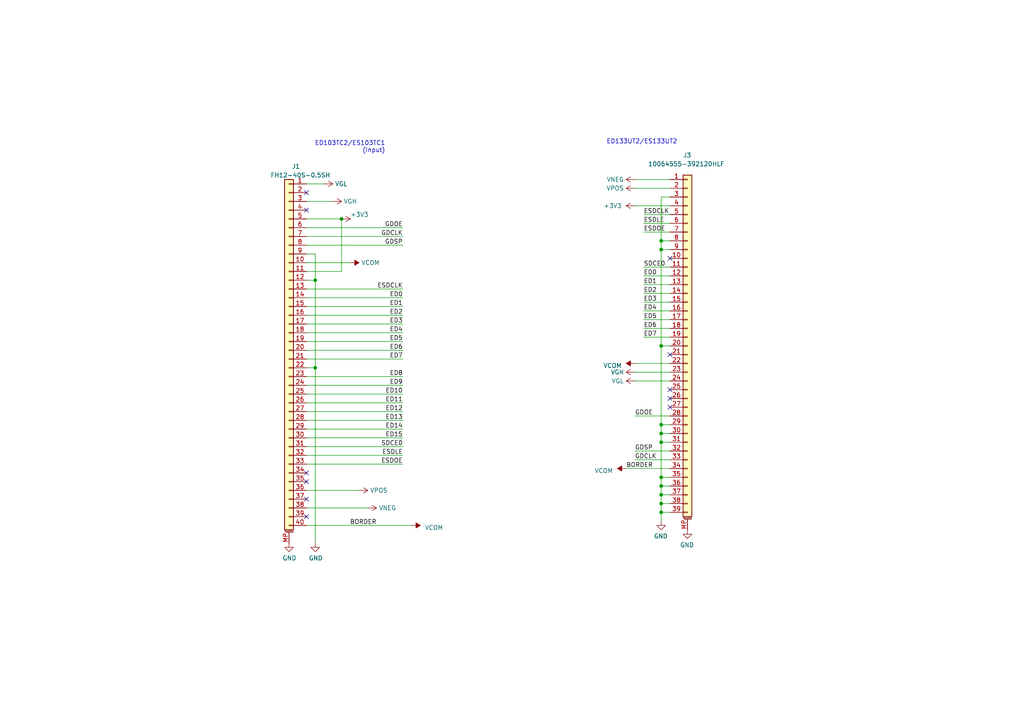
<source format=kicad_sch>
(kicad_sch (version 20211123) (generator eeschema)
  (paper "A4")
  (lib_symbols
    (symbol "Connector_Generic_MountingPin:Conn_01x39_MountingPin" (pin_names (offset 1.016) hide)
      (property "Reference" "J" (at 0 50.8 0))
      (property "Value" "Conn_01x39_MountingPin" (at 1.27 -50.8 0))
      (symbol "Conn_01x39_MountingPin_1_1"
        (rectangle (start -1.27 -48.133) (end 0 -48.387) (stroke (width 0.1524)))
        (rectangle (start -1.27 -45.593) (end 0 -45.847) (stroke (width 0.1524)))
        (rectangle (start -1.27 -43.053) (end 0 -43.307) (stroke (width 0.1524)))
        (rectangle (start -1.27 -40.513) (end 0 -40.767) (stroke (width 0.1524)))
        (rectangle (start -1.27 -37.973) (end 0 -38.227) (stroke (width 0.1524)))
        (rectangle (start -1.27 -35.433) (end 0 -35.687) (stroke (width 0.1524)))
        (rectangle (start -1.27 -32.893) (end 0 -33.147) (stroke (width 0.1524)))
        (rectangle (start -1.27 -30.353) (end 0 -30.607) (stroke (width 0.1524)))
        (rectangle (start -1.27 -27.813) (end 0 -28.067) (stroke (width 0.1524)))
        (rectangle (start -1.27 -25.273) (end 0 -25.527) (stroke (width 0.1524)))
        (rectangle (start -1.27 -22.733) (end 0 -22.987) (stroke (width 0.1524)))
        (rectangle (start -1.27 -20.193) (end 0 -20.447) (stroke (width 0.1524)))
        (rectangle (start -1.27 -17.653) (end 0 -17.907) (stroke (width 0.1524)))
        (rectangle (start -1.27 -15.113) (end 0 -15.367) (stroke (width 0.1524)))
        (rectangle (start -1.27 -12.573) (end 0 -12.827) (stroke (width 0.1524)))
        (rectangle (start -1.27 -10.033) (end 0 -10.287) (stroke (width 0.1524)))
        (rectangle (start -1.27 -7.493) (end 0 -7.747) (stroke (width 0.1524)))
        (rectangle (start -1.27 -4.953) (end 0 -5.207) (stroke (width 0.1524)))
        (rectangle (start -1.27 -2.413) (end 0 -2.667) (stroke (width 0.1524)))
        (rectangle (start -1.27 0.127) (end 0 -0.127) (stroke (width 0.1524)))
        (rectangle (start -1.27 2.667) (end 0 2.413) (stroke (width 0.1524)))
        (rectangle (start -1.27 5.207) (end 0 4.953) (stroke (width 0.1524)))
        (rectangle (start -1.27 7.747) (end 0 7.493) (stroke (width 0.1524)))
        (rectangle (start -1.27 10.287) (end 0 10.033) (stroke (width 0.1524)))
        (rectangle (start -1.27 12.827) (end 0 12.573) (stroke (width 0.1524)))
        (rectangle (start -1.27 15.367) (end 0 15.113) (stroke (width 0.1524)))
        (rectangle (start -1.27 17.907) (end 0 17.653) (stroke (width 0.1524)))
        (rectangle (start -1.27 20.447) (end 0 20.193) (stroke (width 0.1524)))
        (rectangle (start -1.27 22.987) (end 0 22.733) (stroke (width 0.1524)))
        (rectangle (start -1.27 25.527) (end 0 25.273) (stroke (width 0.1524)))
        (rectangle (start -1.27 28.067) (end 0 27.813) (stroke (width 0.1524)))
        (rectangle (start -1.27 30.607) (end 0 30.353) (stroke (width 0.1524)))
        (rectangle (start -1.27 33.147) (end 0 32.893) (stroke (width 0.1524)))
        (rectangle (start -1.27 35.687) (end 0 35.433) (stroke (width 0.1524)))
        (rectangle (start -1.27 38.227) (end 0 37.973) (stroke (width 0.1524)))
        (rectangle (start -1.27 40.767) (end 0 40.513) (stroke (width 0.1524)))
        (rectangle (start -1.27 43.307) (end 0 43.053) (stroke (width 0.1524)))
        (rectangle (start -1.27 45.847) (end 0 45.593) (stroke (width 0.1524)))
        (rectangle (start -1.27 48.387) (end 0 48.133) (stroke (width 0.1524)))
        (rectangle (start -1.27 49.53) (end 1.27 -49.53) (stroke (width 0.254)) (fill (type background)))
        (polyline (pts (xy -1.016 -50.292) (xy 1.016 -50.292)) (stroke (width 0.1524)))
        (text "Mounting" (at 0 -49.911 0) (effects (font (size 0.381 0.381))))
        (pin passive line (at -5.08 48.26 0) (length 3.81) (name "Pin_1") (number "1"))
        (pin passive line (at -5.08 25.4 0) (length 3.81) (name "Pin_10") (number "10"))
        (pin passive line (at -5.08 22.86 0) (length 3.81) (name "Pin_11") (number "11"))
        (pin passive line (at -5.08 20.32 0) (length 3.81) (name "Pin_12") (number "12"))
        (pin passive line (at -5.08 17.78 0) (length 3.81) (name "Pin_13") (number "13"))
        (pin passive line (at -5.08 15.24 0) (length 3.81) (name "Pin_14") (number "14"))
        (pin passive line (at -5.08 12.7 0) (length 3.81) (name "Pin_15") (number "15"))
        (pin passive line (at -5.08 10.16 0) (length 3.81) (name "Pin_16") (number "16"))
        (pin passive line (at -5.08 7.62 0) (length 3.81) (name "Pin_17") (number "17"))
        (pin passive line (at -5.08 5.08 0) (length 3.81) (name "Pin_18") (number "18"))
        (pin passive line (at -5.08 2.54 0) (length 3.81) (name "Pin_19") (number "19"))
        (pin passive line (at -5.08 45.72 0) (length 3.81) (name "Pin_2") (number "2"))
        (pin passive line (at -5.08 0 0) (length 3.81) (name "Pin_20") (number "20"))
        (pin passive line (at -5.08 -2.54 0) (length 3.81) (name "Pin_21") (number "21"))
        (pin passive line (at -5.08 -5.08 0) (length 3.81) (name "Pin_22") (number "22"))
        (pin passive line (at -5.08 -7.62 0) (length 3.81) (name "Pin_23") (number "23"))
        (pin passive line (at -5.08 -10.16 0) (length 3.81) (name "Pin_24") (number "24"))
        (pin passive line (at -5.08 -12.7 0) (length 3.81) (name "Pin_25") (number "25"))
        (pin passive line (at -5.08 -15.24 0) (length 3.81) (name "Pin_26") (number "26"))
        (pin passive line (at -5.08 -17.78 0) (length 3.81) (name "Pin_27") (number "27"))
        (pin passive line (at -5.08 -20.32 0) (length 3.81) (name "Pin_28") (number "28"))
        (pin passive line (at -5.08 -22.86 0) (length 3.81) (name "Pin_29") (number "29"))
        (pin passive line (at -5.08 43.18 0) (length 3.81) (name "Pin_3") (number "3"))
        (pin passive line (at -5.08 -25.4 0) (length 3.81) (name "Pin_30") (number "30"))
        (pin passive line (at -5.08 -27.94 0) (length 3.81) (name "Pin_31") (number "31"))
        (pin passive line (at -5.08 -30.48 0) (length 3.81) (name "Pin_32") (number "32"))
        (pin passive line (at -5.08 -33.02 0) (length 3.81) (name "Pin_33") (number "33"))
        (pin passive line (at -5.08 -35.56 0) (length 3.81) (name "Pin_34") (number "34"))
        (pin passive line (at -5.08 -38.1 0) (length 3.81) (name "Pin_35") (number "35"))
        (pin passive line (at -5.08 -40.64 0) (length 3.81) (name "Pin_36") (number "36"))
        (pin passive line (at -5.08 -43.18 0) (length 3.81) (name "Pin_37") (number "37"))
        (pin passive line (at -5.08 -45.72 0) (length 3.81) (name "Pin_38") (number "38"))
        (pin passive line (at -5.08 -48.26 0) (length 3.81) (name "Pin_39") (number "39"))
        (pin passive line (at -5.08 40.64 0) (length 3.81) (name "Pin_4") (number "4"))
        (pin passive line (at -5.08 38.1 0) (length 3.81) (name "Pin_5") (number "5"))
        (pin passive line (at -5.08 35.56 0) (length 3.81) (name "Pin_6") (number "6"))
        (pin passive line (at -5.08 33.02 0) (length 3.81) (name "Pin_7") (number "7"))
        (pin passive line (at -5.08 30.48 0) (length 3.81) (name "Pin_8") (number "8"))
        (pin passive line (at -5.08 27.94 0) (length 3.81) (name "Pin_9") (number "9"))
        (pin passive line (at 0 -53.34 90) (length 3.048) (name "MountPin") (number "MP"))
      )
    )
    (symbol "Connector_Generic_MountingPin:Conn_01x40_MountingPin" (pin_names (offset 1.016) hide)
      (property "Reference" "J" (at 0 50.8 0))
      (property "Value" "Conn_01x40_MountingPin" (at 1.27 -53.34 0))
      (symbol "Conn_01x40_MountingPin_1_1"
        (rectangle (start -1.27 -50.673) (end 0 -50.927) (stroke (width 0.1524)))
        (rectangle (start -1.27 -48.133) (end 0 -48.387) (stroke (width 0.1524)))
        (rectangle (start -1.27 -45.593) (end 0 -45.847) (stroke (width 0.1524)))
        (rectangle (start -1.27 -43.053) (end 0 -43.307) (stroke (width 0.1524)))
        (rectangle (start -1.27 -40.513) (end 0 -40.767) (stroke (width 0.1524)))
        (rectangle (start -1.27 -37.973) (end 0 -38.227) (stroke (width 0.1524)))
        (rectangle (start -1.27 -35.433) (end 0 -35.687) (stroke (width 0.1524)))
        (rectangle (start -1.27 -32.893) (end 0 -33.147) (stroke (width 0.1524)))
        (rectangle (start -1.27 -30.353) (end 0 -30.607) (stroke (width 0.1524)))
        (rectangle (start -1.27 -27.813) (end 0 -28.067) (stroke (width 0.1524)))
        (rectangle (start -1.27 -25.273) (end 0 -25.527) (stroke (width 0.1524)))
        (rectangle (start -1.27 -22.733) (end 0 -22.987) (stroke (width 0.1524)))
        (rectangle (start -1.27 -20.193) (end 0 -20.447) (stroke (width 0.1524)))
        (rectangle (start -1.27 -17.653) (end 0 -17.907) (stroke (width 0.1524)))
        (rectangle (start -1.27 -15.113) (end 0 -15.367) (stroke (width 0.1524)))
        (rectangle (start -1.27 -12.573) (end 0 -12.827) (stroke (width 0.1524)))
        (rectangle (start -1.27 -10.033) (end 0 -10.287) (stroke (width 0.1524)))
        (rectangle (start -1.27 -7.493) (end 0 -7.747) (stroke (width 0.1524)))
        (rectangle (start -1.27 -4.953) (end 0 -5.207) (stroke (width 0.1524)))
        (rectangle (start -1.27 -2.413) (end 0 -2.667) (stroke (width 0.1524)))
        (rectangle (start -1.27 0.127) (end 0 -0.127) (stroke (width 0.1524)))
        (rectangle (start -1.27 2.667) (end 0 2.413) (stroke (width 0.1524)))
        (rectangle (start -1.27 5.207) (end 0 4.953) (stroke (width 0.1524)))
        (rectangle (start -1.27 7.747) (end 0 7.493) (stroke (width 0.1524)))
        (rectangle (start -1.27 10.287) (end 0 10.033) (stroke (width 0.1524)))
        (rectangle (start -1.27 12.827) (end 0 12.573) (stroke (width 0.1524)))
        (rectangle (start -1.27 15.367) (end 0 15.113) (stroke (width 0.1524)))
        (rectangle (start -1.27 17.907) (end 0 17.653) (stroke (width 0.1524)))
        (rectangle (start -1.27 20.447) (end 0 20.193) (stroke (width 0.1524)))
        (rectangle (start -1.27 22.987) (end 0 22.733) (stroke (width 0.1524)))
        (rectangle (start -1.27 25.527) (end 0 25.273) (stroke (width 0.1524)))
        (rectangle (start -1.27 28.067) (end 0 27.813) (stroke (width 0.1524)))
        (rectangle (start -1.27 30.607) (end 0 30.353) (stroke (width 0.1524)))
        (rectangle (start -1.27 33.147) (end 0 32.893) (stroke (width 0.1524)))
        (rectangle (start -1.27 35.687) (end 0 35.433) (stroke (width 0.1524)))
        (rectangle (start -1.27 38.227) (end 0 37.973) (stroke (width 0.1524)))
        (rectangle (start -1.27 40.767) (end 0 40.513) (stroke (width 0.1524)))
        (rectangle (start -1.27 43.307) (end 0 43.053) (stroke (width 0.1524)))
        (rectangle (start -1.27 45.847) (end 0 45.593) (stroke (width 0.1524)))
        (rectangle (start -1.27 48.387) (end 0 48.133) (stroke (width 0.1524)))
        (rectangle (start -1.27 49.53) (end 1.27 -52.07) (stroke (width 0.254)) (fill (type background)))
        (polyline (pts (xy -1.016 -52.832) (xy 1.016 -52.832)) (stroke (width 0.1524)))
        (text "Mounting" (at 0 -52.451 0) (effects (font (size 0.381 0.381))))
        (pin passive line (at -5.08 48.26 0) (length 3.81) (name "Pin_1") (number "1"))
        (pin passive line (at -5.08 25.4 0) (length 3.81) (name "Pin_10") (number "10"))
        (pin passive line (at -5.08 22.86 0) (length 3.81) (name "Pin_11") (number "11"))
        (pin passive line (at -5.08 20.32 0) (length 3.81) (name "Pin_12") (number "12"))
        (pin passive line (at -5.08 17.78 0) (length 3.81) (name "Pin_13") (number "13"))
        (pin passive line (at -5.08 15.24 0) (length 3.81) (name "Pin_14") (number "14"))
        (pin passive line (at -5.08 12.7 0) (length 3.81) (name "Pin_15") (number "15"))
        (pin passive line (at -5.08 10.16 0) (length 3.81) (name "Pin_16") (number "16"))
        (pin passive line (at -5.08 7.62 0) (length 3.81) (name "Pin_17") (number "17"))
        (pin passive line (at -5.08 5.08 0) (length 3.81) (name "Pin_18") (number "18"))
        (pin passive line (at -5.08 2.54 0) (length 3.81) (name "Pin_19") (number "19"))
        (pin passive line (at -5.08 45.72 0) (length 3.81) (name "Pin_2") (number "2"))
        (pin passive line (at -5.08 0 0) (length 3.81) (name "Pin_20") (number "20"))
        (pin passive line (at -5.08 -2.54 0) (length 3.81) (name "Pin_21") (number "21"))
        (pin passive line (at -5.08 -5.08 0) (length 3.81) (name "Pin_22") (number "22"))
        (pin passive line (at -5.08 -7.62 0) (length 3.81) (name "Pin_23") (number "23"))
        (pin passive line (at -5.08 -10.16 0) (length 3.81) (name "Pin_24") (number "24"))
        (pin passive line (at -5.08 -12.7 0) (length 3.81) (name "Pin_25") (number "25"))
        (pin passive line (at -5.08 -15.24 0) (length 3.81) (name "Pin_26") (number "26"))
        (pin passive line (at -5.08 -17.78 0) (length 3.81) (name "Pin_27") (number "27"))
        (pin passive line (at -5.08 -20.32 0) (length 3.81) (name "Pin_28") (number "28"))
        (pin passive line (at -5.08 -22.86 0) (length 3.81) (name "Pin_29") (number "29"))
        (pin passive line (at -5.08 43.18 0) (length 3.81) (name "Pin_3") (number "3"))
        (pin passive line (at -5.08 -25.4 0) (length 3.81) (name "Pin_30") (number "30"))
        (pin passive line (at -5.08 -27.94 0) (length 3.81) (name "Pin_31") (number "31"))
        (pin passive line (at -5.08 -30.48 0) (length 3.81) (name "Pin_32") (number "32"))
        (pin passive line (at -5.08 -33.02 0) (length 3.81) (name "Pin_33") (number "33"))
        (pin passive line (at -5.08 -35.56 0) (length 3.81) (name "Pin_34") (number "34"))
        (pin passive line (at -5.08 -38.1 0) (length 3.81) (name "Pin_35") (number "35"))
        (pin passive line (at -5.08 -40.64 0) (length 3.81) (name "Pin_36") (number "36"))
        (pin passive line (at -5.08 -43.18 0) (length 3.81) (name "Pin_37") (number "37"))
        (pin passive line (at -5.08 -45.72 0) (length 3.81) (name "Pin_38") (number "38"))
        (pin passive line (at -5.08 -48.26 0) (length 3.81) (name "Pin_39") (number "39"))
        (pin passive line (at -5.08 40.64 0) (length 3.81) (name "Pin_4") (number "4"))
        (pin passive line (at -5.08 -50.8 0) (length 3.81) (name "Pin_40") (number "40"))
        (pin passive line (at -5.08 38.1 0) (length 3.81) (name "Pin_5") (number "5"))
        (pin passive line (at -5.08 35.56 0) (length 3.81) (name "Pin_6") (number "6"))
        (pin passive line (at -5.08 33.02 0) (length 3.81) (name "Pin_7") (number "7"))
        (pin passive line (at -5.08 30.48 0) (length 3.81) (name "Pin_8") (number "8"))
        (pin passive line (at -5.08 27.94 0) (length 3.81) (name "Pin_9") (number "9"))
        (pin passive line (at 0 -55.88 90) (length 3.048) (name "MountPin") (number "MP"))
      )
    )
    (symbol "power:+3V3" (power) (pin_names (offset 0))
      (property "Value" "+3V3" (at 0 3.556 0))
      (symbol "+3V3_0_1"
        (polyline (pts (xy -0.762 1.27) (xy 0 2.54)))
        (polyline (pts (xy 0 0) (xy 0 2.54)))
        (polyline (pts (xy 0 2.54) (xy 0.762 1.27)))
      )
      (symbol "+3V3_1_1"
        (pin power_in line (at 0 0 90) (length 0) hide (name "+3V3") (number "1"))
      )
    )
    (symbol "power:GND" (power) (pin_names (offset 0))
      (property "Value" "GND" (at 0 -3.81 0))
      (symbol "GND_0_1"
        (polyline (pts (xy 0 0) (xy 0 -1.27) (xy 1.27 -1.27) (xy 0 -2.54) (xy -1.27 -1.27) (xy 0 -1.27)))
      )
      (symbol "GND_1_1"
        (pin power_in line (at 0 0 270) (length 0) hide (name "GND") (number "1"))
      )
    )
    (symbol "power:VCOM" (power) (pin_names (offset 0))
      (property "Value" "VCOM" (at 0 3.81 0))
      (symbol "VCOM_0_1"
        (polyline (pts (xy 0 0) (xy 0 2.54)))
        (polyline (pts (xy 0.762 1.27) (xy -0.762 1.27) (xy 0 2.54) (xy 0.762 1.27)) (fill (type outline)))
      )
      (symbol "VCOM_1_1"
        (pin power_in line (at 0 0 90) (length 0) hide (name "VCOM") (number "1"))
      )
    )
    (symbol "symbols:VGH" (power) (pin_names (offset 0))
      (property "Value" "VGH" (at 0 3.556 0))
      (symbol "VGH_0_1"
        (polyline (pts (xy -0.762 1.27) (xy 0 2.54)))
        (polyline (pts (xy 0 0) (xy 0 2.54)))
        (polyline (pts (xy 0 2.54) (xy 0.762 1.27)))
      )
      (symbol "VGH_1_1"
        (pin power_in line (at 0 0 90) (length 0) hide (name "VGH") (number "1"))
      )
    )
    (symbol "symbols:VGL" (power) (pin_names (offset 0))
      (property "Value" "VGL" (at 0 3.556 0))
      (symbol "VGL_0_1"
        (polyline (pts (xy -0.762 1.27) (xy 0 2.54)))
        (polyline (pts (xy 0 0) (xy 0 2.54)))
        (polyline (pts (xy 0 2.54) (xy 0.762 1.27)))
      )
      (symbol "VGL_1_1"
        (pin power_in line (at 0 0 90) (length 0) hide (name "VGL") (number "1"))
      )
    )
    (symbol "symbols:VNEG" (power) (pin_names (offset 0))
      (property "Value" "VNEG" (at 0 3.556 0))
      (symbol "VNEG_0_1"
        (polyline (pts (xy -0.762 1.27) (xy 0 2.54)))
        (polyline (pts (xy 0 0) (xy 0 2.54)))
        (polyline (pts (xy 0 2.54) (xy 0.762 1.27)))
      )
      (symbol "VNEG_1_1"
        (pin power_in line (at 0 0 90) (length 0) hide (name "VNEG") (number "1"))
      )
    )
    (symbol "symbols:VPOS" (power) (pin_names (offset 0))
      (property "Value" "VPOS" (at 0 3.556 0))
      (symbol "VPOS_0_1"
        (polyline (pts (xy -0.762 1.27) (xy 0 2.54)))
        (polyline (pts (xy 0 0) (xy 0 2.54)))
        (polyline (pts (xy 0 2.54) (xy 0.762 1.27)))
      )
      (symbol "VPOS_1_1"
        (pin power_in line (at 0 0 90) (length 0) hide (name "VPOS") (number "1"))
      )
    )
  )
  (junction (at 191.77 125.73))
  (junction (at 191.77 143.51))
  (junction (at 191.77 146.05))
  (junction (at 191.77 72.39))
  (junction (at 191.77 140.97))
  (junction (at 191.77 100.33))
  (junction (at 191.77 128.27))
  (junction (at 91.44 81.28) (diameter 0.9144))
  (junction (at 191.77 148.59))
  (junction (at 191.77 138.43))
  (junction (at 191.77 123.19))
  (junction (at 191.77 69.85))
  (junction (at 91.44 106.68) (diameter 0.9144))
  (junction (at 99.06 63.5))
  (no_connect (at 88.9 137.16))
  (no_connect (at 194.31 118.11))
  (no_connect (at 194.31 113.03))
  (no_connect (at 88.9 144.78))
  (no_connect (at 194.31 115.57))
  (no_connect (at 88.9 55.88))
  (no_connect (at 194.31 102.87))
  (no_connect (at 194.31 74.93))
  (no_connect (at 88.9 139.7))
  (no_connect (at 88.9 149.86))
  (no_connect (at 88.9 60.96))
  (wire (pts (xy 191.77 128.27) (xy 191.77 138.43)))
  (wire (pts (xy 184.15 105.41) (xy 194.31 105.41)))
  (wire (pts (xy 106.68 147.32) (xy 88.9 147.32)))
  (wire (pts (xy 88.9 121.92) (xy 116.84 121.92)))
  (wire (pts (xy 99.06 63.5) (xy 99.06 78.74)))
  (wire (pts (xy 191.77 146.05) (xy 191.77 148.59)))
  (wire (pts (xy 88.9 119.38) (xy 116.84 119.38)))
  (wire (pts (xy 88.9 152.4) (xy 119.38 152.4)))
  (wire (pts (xy 88.9 124.46) (xy 116.84 124.46)))
  (wire (pts (xy 191.77 138.43) (xy 194.31 138.43)))
  (wire (pts (xy 191.77 72.39) (xy 191.77 100.33)))
  (wire (pts (xy 186.69 80.01) (xy 194.31 80.01)))
  (wire (pts (xy 191.77 123.19) (xy 191.77 125.73)))
  (wire (pts (xy 191.77 57.15) (xy 191.77 69.85)))
  (wire (pts (xy 88.9 109.22) (xy 116.84 109.22)))
  (wire (pts (xy 191.77 72.39) (xy 194.31 72.39)))
  (wire (pts (xy 191.77 100.33) (xy 194.31 100.33)))
  (wire (pts (xy 186.69 97.79) (xy 194.31 97.79)))
  (wire (pts (xy 191.77 143.51) (xy 194.31 143.51)))
  (wire (pts (xy 191.77 123.19) (xy 194.31 123.19)))
  (wire (pts (xy 186.69 62.23) (xy 194.31 62.23)))
  (wire (pts (xy 186.69 92.71) (xy 194.31 92.71)))
  (wire (pts (xy 88.9 99.06) (xy 116.84 99.06)))
  (wire (pts (xy 186.69 64.77) (xy 194.31 64.77)))
  (wire (pts (xy 88.9 101.6) (xy 116.84 101.6)))
  (wire (pts (xy 93.98 53.34) (xy 88.9 53.34)))
  (wire (pts (xy 181.61 135.89) (xy 194.31 135.89)))
  (wire (pts (xy 191.77 148.59) (xy 194.31 148.59)))
  (wire (pts (xy 88.9 114.3) (xy 116.84 114.3)))
  (wire (pts (xy 186.69 87.63) (xy 194.31 87.63)))
  (wire (pts (xy 186.69 95.25) (xy 194.31 95.25)))
  (wire (pts (xy 88.9 129.54) (xy 116.84 129.54)))
  (wire (pts (xy 191.77 140.97) (xy 191.77 143.51)))
  (wire (pts (xy 88.9 93.98) (xy 116.84 93.98)))
  (wire (pts (xy 191.77 143.51) (xy 191.77 146.05)))
  (wire (pts (xy 191.77 138.43) (xy 191.77 140.97)))
  (wire (pts (xy 91.44 81.28) (xy 88.9 81.28)))
  (wire (pts (xy 194.31 120.65) (xy 184.15 120.65)))
  (wire (pts (xy 88.9 68.58) (xy 116.84 68.58)))
  (wire (pts (xy 184.15 59.69) (xy 194.31 59.69)))
  (wire (pts (xy 104.14 142.24) (xy 88.9 142.24)))
  (wire (pts (xy 91.44 73.66) (xy 91.44 81.28)))
  (wire (pts (xy 88.9 73.66) (xy 91.44 73.66)))
  (wire (pts (xy 191.77 69.85) (xy 191.77 72.39)))
  (wire (pts (xy 88.9 86.36) (xy 116.84 86.36)))
  (wire (pts (xy 88.9 127) (xy 116.84 127)))
  (wire (pts (xy 194.31 130.81) (xy 184.15 130.81)))
  (wire (pts (xy 194.31 57.15) (xy 191.77 57.15)))
  (wire (pts (xy 88.9 83.82) (xy 116.84 83.82)))
  (wire (pts (xy 88.9 111.76) (xy 116.84 111.76)))
  (wire (pts (xy 184.15 110.49) (xy 194.31 110.49)))
  (wire (pts (xy 88.9 104.14) (xy 116.84 104.14)))
  (wire (pts (xy 101.6 76.2) (xy 88.9 76.2)))
  (wire (pts (xy 184.15 107.95) (xy 194.31 107.95)))
  (wire (pts (xy 191.77 128.27) (xy 194.31 128.27)))
  (wire (pts (xy 88.9 71.12) (xy 116.84 71.12)))
  (wire (pts (xy 88.9 88.9) (xy 116.84 88.9)))
  (wire (pts (xy 191.77 125.73) (xy 194.31 125.73)))
  (wire (pts (xy 191.77 69.85) (xy 194.31 69.85)))
  (wire (pts (xy 191.77 140.97) (xy 194.31 140.97)))
  (wire (pts (xy 99.06 78.74) (xy 88.9 78.74)))
  (wire (pts (xy 88.9 96.52) (xy 116.84 96.52)))
  (wire (pts (xy 191.77 146.05) (xy 194.31 146.05)))
  (wire (pts (xy 96.52 58.42) (xy 88.9 58.42)))
  (wire (pts (xy 191.77 148.59) (xy 191.77 151.13)))
  (wire (pts (xy 186.69 67.31) (xy 194.31 67.31)))
  (wire (pts (xy 186.69 82.55) (xy 194.31 82.55)))
  (wire (pts (xy 191.77 125.73) (xy 191.77 128.27)))
  (wire (pts (xy 186.69 85.09) (xy 194.31 85.09)))
  (wire (pts (xy 88.9 66.04) (xy 116.84 66.04)))
  (wire (pts (xy 191.77 100.33) (xy 191.77 123.19)))
  (wire (pts (xy 88.9 91.44) (xy 116.84 91.44)))
  (wire (pts (xy 99.06 63.5) (xy 88.9 63.5)))
  (wire (pts (xy 194.31 133.35) (xy 184.15 133.35)))
  (wire (pts (xy 91.44 81.28) (xy 91.44 106.68)))
  (wire (pts (xy 91.44 106.68) (xy 91.44 157.48)))
  (wire (pts (xy 184.15 54.61) (xy 194.31 54.61)))
  (wire (pts (xy 186.69 77.47) (xy 194.31 77.47)))
  (wire (pts (xy 91.44 106.68) (xy 88.9 106.68)))
  (wire (pts (xy 186.69 90.17) (xy 194.31 90.17)))
  (wire (pts (xy 88.9 132.08) (xy 116.84 132.08)))
  (wire (pts (xy 88.9 134.62) (xy 116.84 134.62)))
  (wire (pts (xy 88.9 116.84) (xy 116.84 116.84)))
  (wire (pts (xy 184.15 52.07) (xy 194.31 52.07)))
  (text "ED103TC2/ES103TC1\n(Input)" (at 111.76 44.45 180) (effects (font (size 1.27 1.27)) (justify right bottom)))
  (text "ED133UT2/ES133UT2" (at 175.895 41.91 0) (effects (font (size 1.27 1.27)) (justify left bottom)))
  (label "BORDER" (at 181.61 135.89 0))
  (label "ED10" (at 116.84 114.3 180))
  (label "ED3" (at 186.69 87.63 0))
  (label "ESDOE" (at 116.84 134.62 180))
  (label "GDSP" (at 184.15 130.81 0))
  (label "ED4" (at 186.69 90.17 0))
  (label "ED2" (at 186.69 85.09 0))
  (label "ED15" (at 116.84 127 180))
  (label "ED12" (at 116.84 119.38 180))
  (label "ESDOE" (at 186.69 67.31 0))
  (label "ESDCLK" (at 116.84 83.82 180))
  (label "ED2" (at 116.84 91.44 180))
  (label "GDOE" (at 116.84 66.04 180))
  (label "ED7" (at 186.69 97.79 0))
  (label "ED11" (at 116.84 116.84 180))
  (label "ED13" (at 116.84 121.92 180))
  (label "ED5" (at 186.69 92.71 0))
  (label "ED3" (at 116.84 93.98 180))
  (label "ESDLE" (at 186.69 64.77 0))
  (label "ESDCLK" (at 186.69 62.23 0))
  (label "ED4" (at 116.84 96.52 180))
  (label "GDSP" (at 116.84 71.12 180))
  (label "ED1" (at 186.69 82.55 0))
  (label "ED9" (at 116.84 111.76 180))
  (label "ESDLE" (at 116.84 132.08 180))
  (label "ED1" (at 116.84 88.9 180))
  (label "GDCLK" (at 184.15 133.35 0))
  (label "ED14" (at 116.84 124.46 180))
  (label "SDCE0" (at 116.84 129.54 180))
  (label "GDCLK" (at 116.84 68.58 180))
  (label "ED5" (at 116.84 99.06 180))
  (label "BORDER" (at 109.22 152.4 180))
  (label "SDCE0" (at 186.69 77.47 0))
  (label "ED6" (at 116.84 101.6 180))
  (label "ED0" (at 116.84 86.36 180))
  (label "GDOE" (at 184.15 120.65 0))
  (label "ED6" (at 186.69 95.25 0))
  (label "ED0" (at 186.69 80.01 0))
  (label "ED8" (at 116.84 109.22 180))
  (label "ED7" (at 116.84 104.14 180))
  (symbol (lib_id "power:+3V3") (at 184.15 59.69 90) (unit 1)
    (property "Reference" "#PWR023" (effects hide))
    (property "Value" "+3V3" (at 180.34 59.6899 90) (effects (justify left)))
  )
  (symbol (lib_id "power:+3V3") (at 99.06 63.5 270) (unit 1)
    (property "Reference" "#PWR?" (effects hide))
    (property "Value" "+3V3" (at 101.6 62.23 90) (effects (justify left)))
  )
  (symbol (lib_id "power:VCOM") (at 184.15 105.41 90) (unit 1)
    (property "Reference" "#PWR024" (effects hide))
    (property "Value" "VCOM" (at 180.34 106.0449 90) (effects (justify left)))
  )
  (symbol (lib_id "symbols:VGL") (at 184.15 110.49 90) (unit 1)
    (property "Reference" "#PWR026" (effects hide))
    (property "Value" "VGL" (at 180.975 110.4899 90) (effects (justify left)))
  )
  (symbol (lib_id "symbols:VGH") (at 184.15 107.95 90) (unit 1)
    (property "Reference" "#PWR025" (effects hide))
    (property "Value" "VGH" (at 179.07 107.95 90))
  )
  (symbol (lib_id "symbols:VGL") (at 93.98 53.34 270) (mirror x) (unit 1)
    (property "Reference" "#PWR03" (effects hide))
    (property "Value" "VGL" (at 97.155 53.3399 90) (effects (justify left)))
  )
  (symbol (lib_id "symbols:VGH") (at 96.52 58.42 270) (mirror x) (unit 1)
    (property "Reference" "#PWR05" (effects hide))
    (property "Value" "VGH" (at 101.6 58.42 90))
  )
  (symbol (lib_id "symbols:VNEG") (at 106.68 147.32 270) (mirror x) (unit 1)
    (property "Reference" "#PWR09" (effects hide))
    (property "Value" "VNEG" (at 112.395 147.32 90))
  )
  (symbol (lib_id "power:VCOM") (at 119.38 152.4 270) (mirror x) (unit 1)
    (property "Reference" "#PWR010" (effects hide))
    (property "Value" "VCOM" (at 123.19 153.0349 90) (effects (justify left)))
  )
  (symbol (lib_id "power:GND") (at 199.39 153.67 0) (mirror y) (unit 1)
    (property "Reference" "#PWR028" (effects hide))
    (property "Value" "GND" (at 199.263 158.0642 0))
  )
  (symbol (lib_id "power:VCOM") (at 181.61 135.89 90) (unit 1)
    (property "Reference" "#PWR020" (effects hide))
    (property "Value" "VCOM" (at 177.8 136.5249 90) (effects (justify left)))
  )
  (symbol (lib_id "power:GND") (at 191.77 151.13 0) (mirror y) (unit 1)
    (property "Reference" "#PWR027" (effects hide))
    (property "Value" "GND" (at 191.643 155.5242 0))
  )
  (symbol (lib_id "symbols:VPOS") (at 184.15 54.61 90) (unit 1)
    (property "Reference" "#PWR022" (effects hide))
    (property "Value" "VPOS" (at 180.975 54.6099 90) (effects (justify left)))
  )
  (symbol (lib_id "symbols:VNEG") (at 184.15 52.07 90) (unit 1)
    (property "Reference" "#PWR021" (effects hide))
    (property "Value" "VNEG" (at 178.435 52.07 90))
  )
  (symbol (lib_id "symbols:VPOS") (at 104.14 142.24 270) (mirror x) (unit 1)
    (property "Reference" "#PWR08" (effects hide))
    (property "Value" "VPOS" (at 107.315 142.2399 90) (effects (justify left)))
  )
  (symbol (lib_id "Connector_Generic_MountingPin:Conn_01x39_MountingPin") (at 199.39 100.33 0) (unit 1)
    (property "Reference" "J3" (at 198.12 45.0214 0) (effects (justify left)))
    (property "Value" "10064555-392120HLF" (at 187.96 47.5614 0) (effects (justify left)))
    (property "Footprint" "footprints:HRS_FH26W-39S-0.3SHW(60)" (effects hide))
    (property "LCSC" "609-10064555-392120HLFCT-ND" (effects hide))
    (property "Ref.Price" "0.95" (effects hide))
  )
  (symbol (lib_id "power:GND") (at 83.82 157.48 0) (unit 1)
    (property "Reference" "#PWR01" (effects hide))
    (property "Value" "GND" (at 83.947 161.8742 0))
  )
  (symbol (lib_id "power:GND") (at 91.44 157.48 0) (unit 1)
    (property "Reference" "#PWR02" (effects hide))
    (property "Value" "GND" (at 91.567 161.8742 0))
  )
  (symbol (lib_id "power:VCOM") (at 101.6 76.2 270) (mirror x) (unit 1)
    (property "Reference" "#PWR07" (effects hide))
    (property "Value" "VCOM" (at 104.775 76.1999 90) (effects (justify left)))
  )
  (symbol (lib_id "Connector_Generic_MountingPin:Conn_01x40_MountingPin") (at 83.82 101.6 0) (mirror y) (unit 1)
    (property "Reference" "J1" (at 85.852 48.26 0))
    (property "Value" "FH12-40S-0.5SH" (at 87.122 50.8 0))
    (property "Footprint" "footprints:Hirose_FH12-40S-0.5SH_1x40-1MP_P0.50mm_Horizontal_Reversed" (effects hide))
  )
)
</source>
